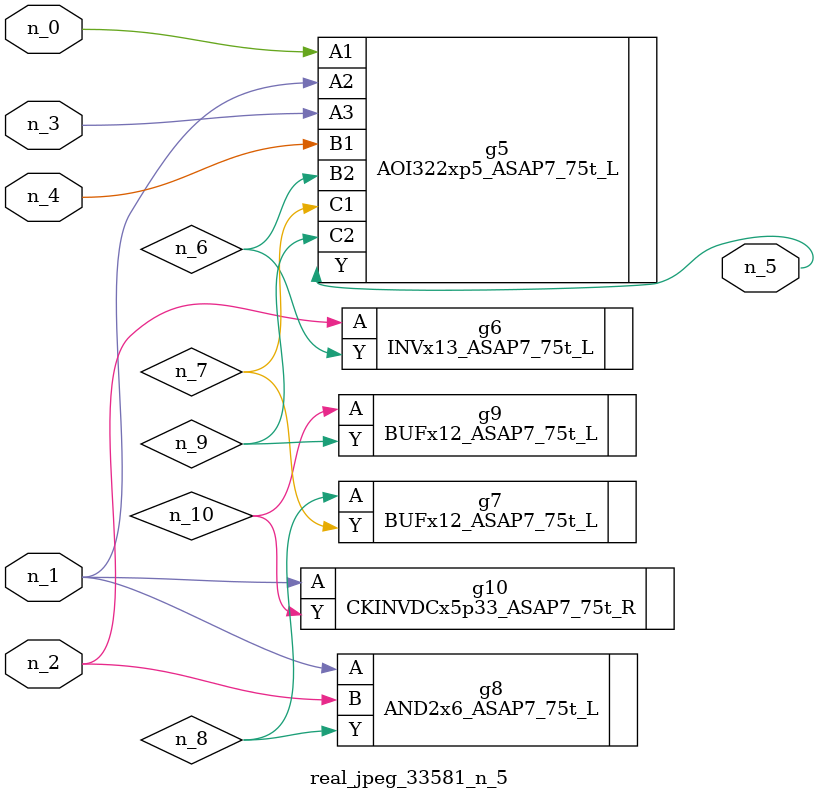
<source format=v>
module real_jpeg_33581_n_5 (n_4, n_0, n_1, n_2, n_3, n_5);

input n_4;
input n_0;
input n_1;
input n_2;
input n_3;

output n_5;

wire n_8;
wire n_6;
wire n_7;
wire n_10;
wire n_9;

AOI322xp5_ASAP7_75t_L g5 ( 
.A1(n_0),
.A2(n_1),
.A3(n_3),
.B1(n_4),
.B2(n_6),
.C1(n_7),
.C2(n_9),
.Y(n_5)
);

AND2x6_ASAP7_75t_L g8 ( 
.A(n_1),
.B(n_2),
.Y(n_8)
);

CKINVDCx5p33_ASAP7_75t_R g10 ( 
.A(n_1),
.Y(n_10)
);

INVx13_ASAP7_75t_L g6 ( 
.A(n_2),
.Y(n_6)
);

BUFx12_ASAP7_75t_L g7 ( 
.A(n_8),
.Y(n_7)
);

BUFx12_ASAP7_75t_L g9 ( 
.A(n_10),
.Y(n_9)
);


endmodule
</source>
